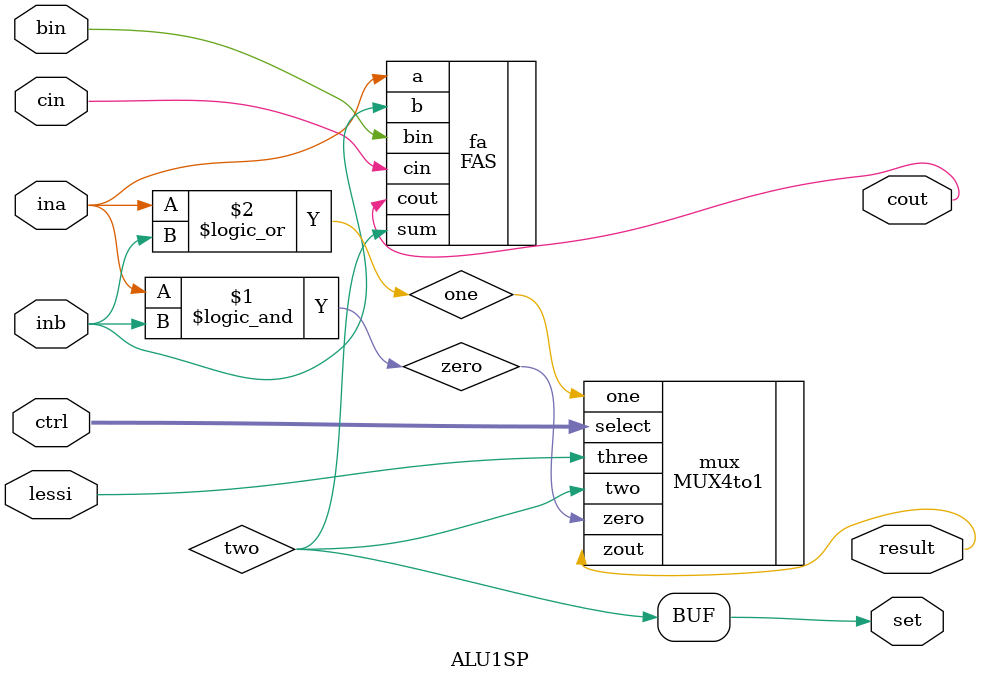
<source format=v>
`timescale 1ns/1ns
module ALU1SP(ina, inb, cin, lessi, ctrl, bin, set, cout, result);

    input ina, inb, cin, lessi;
    input [1:0] ctrl;
    input bin; // bit invert( add -> 0, sub -> 1 )
    output cout, result, set;
    
    wire zero, one, two;
    
    assign zero = ina && inb; // assign and solution to zero in MUX
    assign one = ina || inb;  // assign or solution to one in MUX

    FAS fa( .a( ina ), .b( inb ), .cin( cin ), .bin( bin ), .cout( cout ), .sum( two ) ); // assign add or sub solution to two in MUX
    assign set = two; // set for lessi of alupiece 0(two is the sum of FA)                // also set cout of this ALU slice 
    MUX4to1 mux( .zero( zero ), .one( one ), .two( two ), .three( lessi ), .select( ctrl ), .zout( result )  ); // select the result

endmodule
</source>
